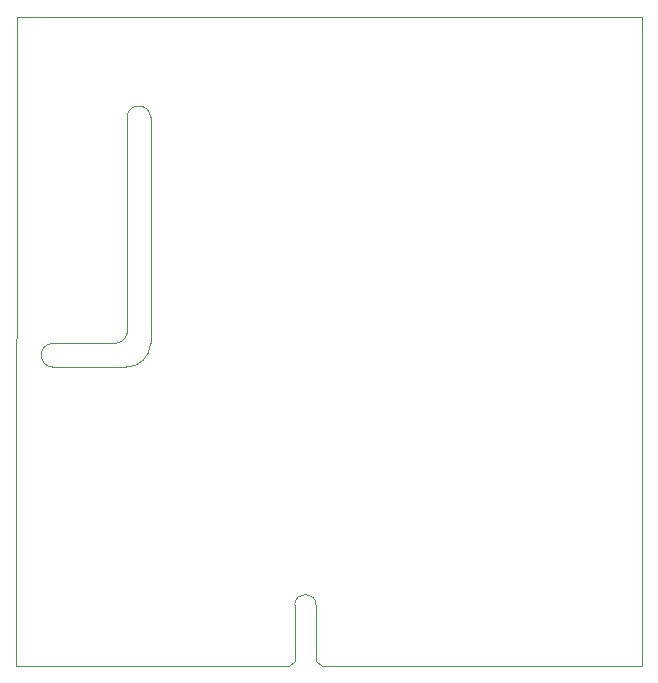
<source format=gbr>
%TF.GenerationSoftware,KiCad,Pcbnew,(6.0.9)*%
%TF.CreationDate,2023-09-09T15:40:48+05:30*%
%TF.ProjectId,WeatherKids_V3,57656174-6865-4724-9b69-64735f56332e,rev?*%
%TF.SameCoordinates,PX1406f40PY14fb180*%
%TF.FileFunction,Profile,NP*%
%FSLAX46Y46*%
G04 Gerber Fmt 4.6, Leading zero omitted, Abs format (unit mm)*
G04 Created by KiCad (PCBNEW (6.0.9)) date 2023-09-09 15:40:48*
%MOMM*%
%LPD*%
G01*
G04 APERTURE LIST*
%TA.AperFunction,Profile*%
%ADD10C,0.050000*%
%TD*%
G04 APERTURE END LIST*
D10*
X0Y-55000000D02*
X23100000Y-55000000D01*
X23100000Y-55000000D02*
X23600000Y-54500000D01*
X3102450Y-27648785D02*
G75*
G03*
X3102450Y-29648775I50030J-999995D01*
G01*
X11400000Y-8500000D02*
G75*
G03*
X9400000Y-8500000I-1000000J-50018D01*
G01*
X25400000Y-49800000D02*
G75*
G03*
X23600000Y-49800000I-900000J0D01*
G01*
X53000000Y-55000000D02*
X53000000Y0D01*
X11400000Y-8500000D02*
X11400000Y-27648775D01*
X23600000Y-54500000D02*
X23600000Y-49800000D01*
X9400000Y-26750000D02*
X9400000Y-8500000D01*
X8299998Y-27648812D02*
G75*
G03*
X9400000Y-26750000I50502J1060712D01*
G01*
X50000Y0D02*
X0Y-55000000D01*
X53000000Y0D02*
X50000Y0D01*
X9300000Y-29648771D02*
G75*
G03*
X11400000Y-27648775I49990J2050011D01*
G01*
X3102450Y-29648775D02*
X9300000Y-29648775D01*
X25400000Y-54500000D02*
X25900000Y-55000000D01*
X25900000Y-55000000D02*
X53000000Y-55000000D01*
X3102450Y-27648775D02*
X8300000Y-27648775D01*
X25400000Y-49800000D02*
X25400000Y-54500000D01*
M02*

</source>
